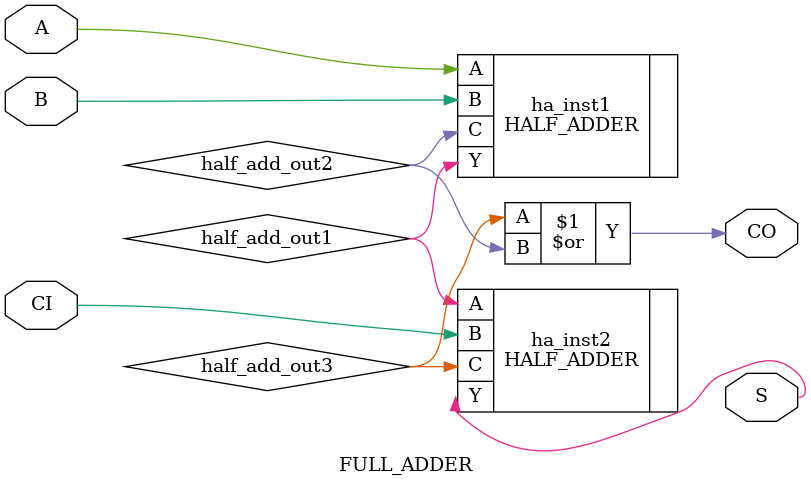
<source format=v>
`include "prj_definition.v"

module FULL_ADDER(S,CO,A,B, CI);
output S,CO;
input A,B, CI;

//use wire for intermediet outputs?
wire half_add_out1, half_add_out2, half_add_out3;

HALF_ADDER ha_inst1 (.Y(half_add_out1),.C(half_add_out2),.A(A),.B(B));
HALF_ADDER ha_inst2 (.Y(S),.C(half_add_out3),.A(half_add_out1),.B(CI));
or inst3(CO,half_add_out3, half_add_out2);


endmodule

</source>
